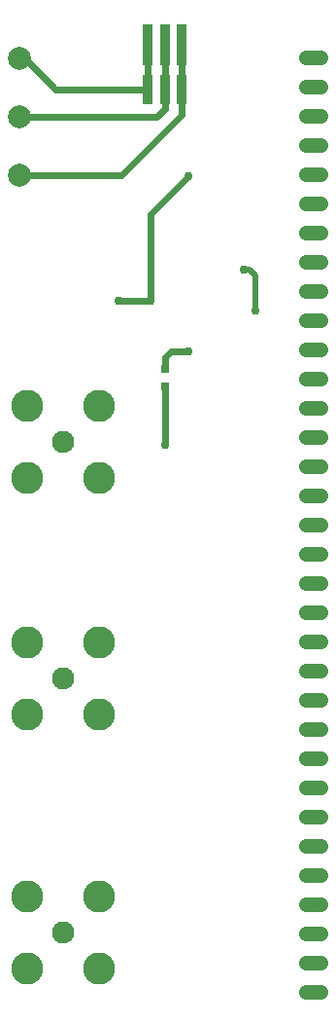
<source format=gbr>
G04 EAGLE Gerber RS-274X export*
G75*
%MOMM*%
%FSLAX34Y34*%
%LPD*%
%INTop Copper*%
%IPPOS*%
%AMOC8*
5,1,8,0,0,1.08239X$1,22.5*%
G01*
%ADD10R,0.800000X0.800000*%
%ADD11C,1.308000*%
%ADD12C,2.000000*%
%ADD13C,2.800000*%
%ADD14C,1.930400*%
%ADD15R,0.850000X3.550000*%
%ADD16R,0.850000X2.650000*%
%ADD17C,0.756400*%
%ADD18C,0.609600*%
%ADD19C,0.508000*%


D10*
X175260Y564000D03*
X175260Y579000D03*
D11*
X298260Y849630D02*
X311340Y849630D01*
X311340Y824230D02*
X298260Y824230D01*
X298260Y798830D02*
X311340Y798830D01*
X311340Y773430D02*
X298260Y773430D01*
X298260Y748030D02*
X311340Y748030D01*
X311340Y722630D02*
X298260Y722630D01*
X298260Y697230D02*
X311340Y697230D01*
X311340Y671830D02*
X298260Y671830D01*
X298260Y646430D02*
X311340Y646430D01*
X311340Y621030D02*
X298260Y621030D01*
X298260Y595630D02*
X311340Y595630D01*
X311340Y570230D02*
X298260Y570230D01*
X298260Y544830D02*
X311340Y544830D01*
X311340Y519430D02*
X298260Y519430D01*
X298260Y494030D02*
X311340Y494030D01*
X311340Y468630D02*
X298260Y468630D01*
X298260Y443230D02*
X311340Y443230D01*
X311340Y417830D02*
X298260Y417830D01*
X298260Y392430D02*
X311340Y392430D01*
X311340Y367030D02*
X298260Y367030D01*
X298260Y341630D02*
X311340Y341630D01*
X311340Y316230D02*
X298260Y316230D01*
X298260Y290830D02*
X311340Y290830D01*
X311340Y265430D02*
X298260Y265430D01*
X298260Y240030D02*
X311340Y240030D01*
X311340Y214630D02*
X298260Y214630D01*
X298260Y189230D02*
X311340Y189230D01*
X311340Y163830D02*
X298260Y163830D01*
X298260Y138430D02*
X311340Y138430D01*
X311340Y113030D02*
X298260Y113030D01*
X298260Y87630D02*
X311340Y87630D01*
X311340Y62230D02*
X298260Y62230D01*
X298260Y36830D02*
X311340Y36830D01*
D12*
X48510Y848571D03*
X48510Y797771D03*
X48510Y746971D03*
D13*
X55060Y120200D03*
X117660Y120200D03*
X55060Y57600D03*
X117660Y57600D03*
D14*
X86360Y88900D03*
D13*
X55060Y341180D03*
X117660Y341180D03*
X55060Y278580D03*
X117660Y278580D03*
D14*
X86360Y309880D03*
D13*
X55060Y546920D03*
X117660Y546920D03*
X55060Y484320D03*
X117660Y484320D03*
D14*
X86360Y515620D03*
D15*
X190260Y861030D03*
X175260Y861030D03*
X160260Y861030D03*
D16*
X190260Y822030D03*
X175260Y822030D03*
X160260Y822030D03*
D17*
X134412Y637740D03*
X162560Y637740D03*
X195580Y746760D03*
D18*
X162560Y713740D01*
X162560Y637740D01*
X134412Y637740D01*
D17*
X254000Y629920D03*
D19*
X254000Y660400D01*
X248920Y665480D01*
X243840Y665480D01*
D17*
X243840Y665480D03*
X175260Y513080D03*
D18*
X175260Y564000D01*
X160260Y822030D02*
X160260Y861030D01*
X160260Y822030D02*
X79670Y822030D01*
X53129Y848571D02*
X48510Y848571D01*
X53129Y848571D02*
X79670Y822030D01*
X175260Y822030D02*
X175260Y861030D01*
X175260Y822030D02*
X175260Y805180D01*
X167851Y797771D01*
X48510Y797771D01*
X190260Y822030D02*
X190260Y861030D01*
X190260Y822030D02*
X190260Y799860D01*
X137371Y746971D02*
X48510Y746971D01*
X137371Y746971D02*
X190260Y799860D01*
X175380Y579120D02*
X175260Y579000D01*
D17*
X195580Y594360D03*
D18*
X180340Y594360D01*
X175260Y589280D01*
X175260Y579000D01*
M02*

</source>
